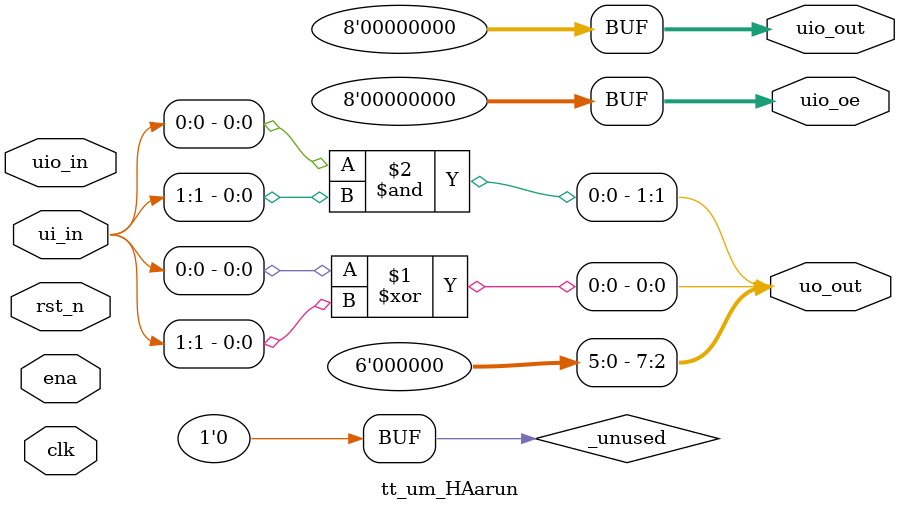
<source format=v>
/*
 * Copyright (c) 2024 Your Name
 * SPDX-License-Identifier: Apache-2.0
 */

`default_nettype none

module tt_um_HAarun (
    input  wire [7:0] ui_in,    // Dedicated inputs
    output wire [7:0] uo_out,   // Dedicated outputs
    input  wire [7:0] uio_in,   // IOs: Input path
    output wire [7:0] uio_out,  // IOs: Output path
    output wire [7:0] uio_oe,   // IOs: Enable path (active high: 0=input, 1=output)
    input  wire       ena,      // always 1 when the design is powered, so you can ignore it
    input  wire       clk,      // clock
    input  wire       rst_n     // reset_n - low to reset
);

  // All output pins must be assigned. If not used, assign to 0.
 // assign uo_out  = ui_in + uio_in;  // Example: ou_out is the sum of ui_in and uio_in
    assign uo_out[0]=ui_in[0]^ui_in[1];
    assign uo_out[1]=ui_in[0]&ui_in[1];
  assign uio_out = 0;
  assign uio_oe  = 0;
    assign uo_out[7:2]=6'b0;

  // List all unused inputs to prevent warnings
  wire _unused = &{ena, clk, rst_n, 1'b0};

endmodule

</source>
